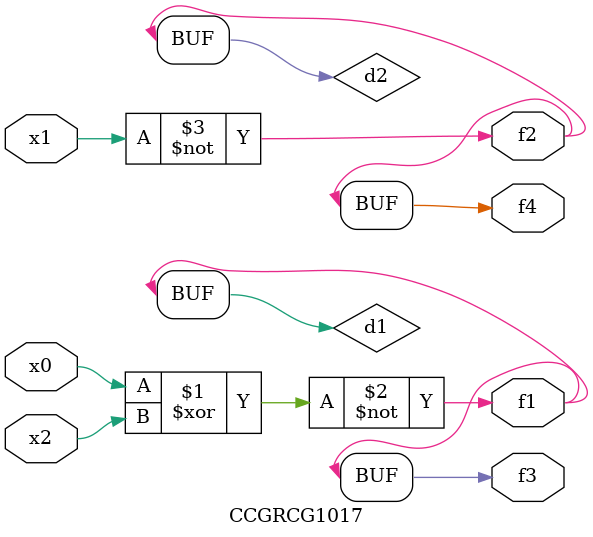
<source format=v>
module CCGRCG1017(
	input x0, x1, x2,
	output f1, f2, f3, f4
);

	wire d1, d2, d3;

	xnor (d1, x0, x2);
	nand (d2, x1);
	nor (d3, x1, x2);
	assign f1 = d1;
	assign f2 = d2;
	assign f3 = d1;
	assign f4 = d2;
endmodule

</source>
